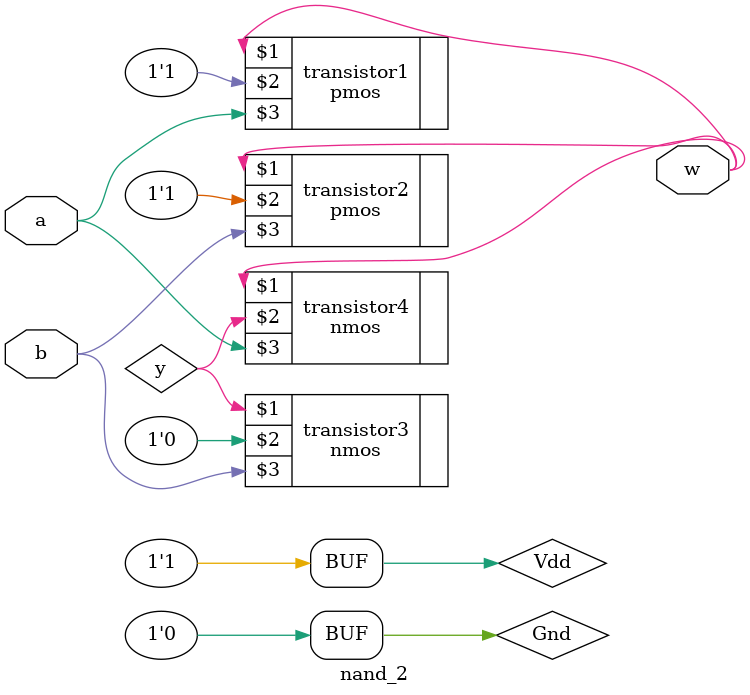
<source format=sv>
`timescale 1ns/1ns
module nand_2(input a,b,output w);
wire y;
supply1 Vdd;
supply0 Gnd;
pmos #(5,6,7)transistor1(w,Vdd,a);
pmos #(5,6,7)transistor2(w,Vdd,b);
nmos #(3,4,5)transistor3(y,Gnd,b);
nmos #(3,4,5)transistor4(w,y,a);
endmodule


</source>
